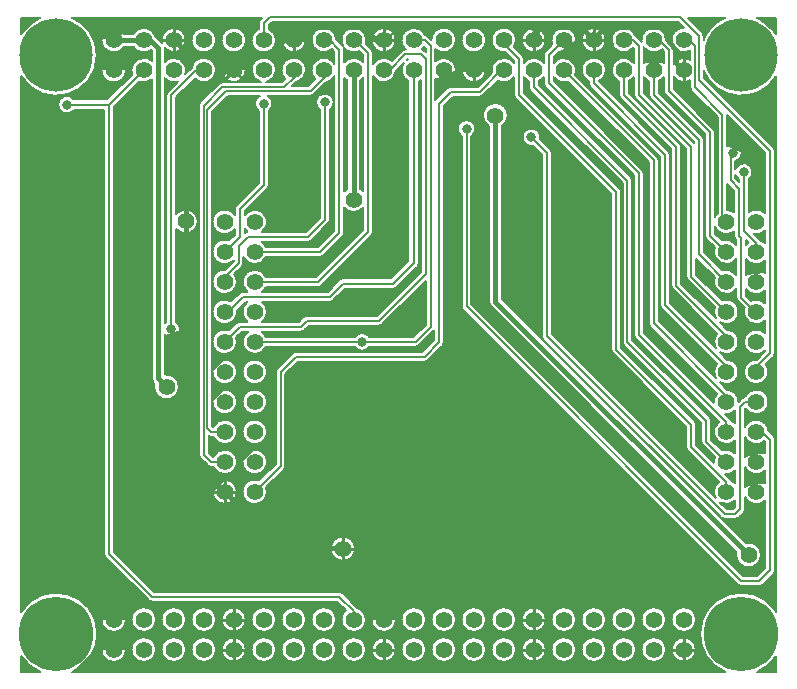
<source format=gbr>
%FSLAX25Y25*%
%MOIN*%
G04 EasyPC Gerber Version 18.0.6 Build 3620 *
%ADD70C,0.00500*%
%ADD21C,0.00600*%
%ADD83C,0.00800*%
%ADD22C,0.01000*%
%ADD146C,0.01600*%
%ADD75C,0.03200*%
%ADD90C,0.05500*%
%ADD29C,0.05600*%
%ADD144C,0.24409*%
%ADD145C,0.24803*%
X0Y0D02*
D02*
D70*
X9661Y8781D02*
Y3537D01*
X15876*
G75*
G02X9661Y8781I5364J12662*
G01*
G36*
Y3537*
X15876*
G75*
G02X9661Y8781I5364J12662*
G01*
G37*
Y23617D02*
G75*
G02X34992Y16199I11580J-7418D01*
G01*
G75*
G02X26605Y3537I-13752*
G01*
X244223*
G75*
G02X235835Y16199I5364J12662*
G01*
G75*
G02X261167Y23617I13752*
G01*
Y202067*
G75*
G02X237064Y203926I-11580J7046*
G01*
Y201646*
X260330Y178380*
G75*
G02X260814Y177213I-1167J-1167*
G01*
Y109713*
G75*
G02X260330Y108546I-1650J0*
G01*
X257823Y106039*
G75*
G02X254587Y99422I-3236J-2517*
G01*
G75*
G02Y107622J4100*
G01*
G75*
G02X254737Y107619I-1J-4098*
G01*
X257514Y110396*
Y110651*
G75*
G02X254587Y109422I-2927J2871*
G01*
G75*
G02Y117622J4100*
G01*
G75*
G02X257514Y116393J-4100*
G01*
Y120651*
G75*
G02X250680Y124764I-2927J2871*
G01*
X248447Y126996*
G75*
G02X247964Y128163I1167J1167*
G01*
Y131197*
G75*
G02X240766Y135009I-3377J2325*
G01*
X234564Y141212*
Y135879*
X243100Y127343*
G75*
G02X244587Y127622I1487J-3821*
G01*
G75*
G02Y119422J-4100*
G01*
G75*
G02X242417Y120044J4100*
G01*
X244846Y117614*
G75*
G02X244587Y109422I-259J-4092*
G01*
G75*
G02X242417Y110044J4100*
G01*
X244846Y107614*
G75*
G02X244587Y99422I-259J-4092*
G01*
G75*
G02X242417Y100044J4100*
G01*
X244846Y97614*
G75*
G02X248687Y93569I-259J-4092*
G01*
X249806Y94689*
G75*
G02X250831Y95166I1167J-1167*
G01*
G75*
G02X254587Y97622I3756J-1644*
G01*
G75*
G02Y89422J-4100*
G01*
G75*
G02X251119Y91335I0J4100*
G01*
X250864Y91080*
Y85239*
G75*
G02X258675Y83835I3723J-1717*
G01*
X260380Y82130*
G75*
G02X260864Y80963I-1167J-1167*
G01*
Y37363*
G75*
G02X260380Y36196I-1650J0*
G01*
X256780Y32596*
G75*
G02X255614Y32113I-1167J1167*
G01*
X249614*
G75*
G02X248447Y32596I0J1650*
G01*
X156847Y124196*
G75*
G02X156364Y125363I1167J1167*
G01*
Y182118*
G75*
G02X155064Y184563I1650J2445*
G01*
G75*
G02X160964I2950*
G01*
G75*
G02X159664Y182118I-2950*
G01*
Y126046*
X250297Y35413*
X254930*
X257564Y38046*
Y60703*
G75*
G02X250864Y61805I-2977J2819*
G01*
Y57763*
G75*
G02X250380Y56596I-1650J0*
G01*
X248780Y54996*
G75*
G02X247614Y54513I-1167J1167*
G01*
X244014*
G75*
G02X242847Y54996I0J1650*
G01*
X183647Y114196*
G75*
G02X183164Y115363I1167J1167*
G01*
Y175880*
X180176Y178867*
G75*
G02X176664Y181763I-563J2896*
G01*
G75*
G02X182564I2950*
G01*
G75*
G02X182510Y181200I-2951J-1*
G01*
X185980Y177730*
G75*
G02X186464Y176563I-1167J-1167*
G01*
Y116046*
X241034Y61476*
G75*
G02X242193Y66850I3553J2046*
G01*
X231747Y77296*
G75*
G02X231264Y78463I1167J1167*
G01*
Y85280*
X206747Y109796*
G75*
G02X206264Y110963I1167J1167*
G01*
Y162780*
X174247Y194796*
G75*
G02X173764Y195963I1167J1167*
G01*
Y201749*
G75*
G02X168353Y200569I-3350J2364*
G01*
X163580Y195796*
G75*
G02X162414Y195313I-1167J1167*
G01*
X153497*
X150464Y192280*
Y113363*
G75*
G02X149980Y112196I-1650J0*
G01*
X145180Y107396*
G75*
G02X144014Y106913I-1167J1167*
G01*
X101897*
X97664Y102680*
Y72114*
G75*
G02X97180Y70948I-1650J0*
G01*
X91243Y65009*
G75*
G02X87422Y59422I-3821J-1487*
G01*
G75*
G02Y67622J4100*
G01*
G75*
G02X88909Y67343I0J-4100*
G01*
X94364Y72798*
Y103363*
G75*
G02X94847Y104530I1650J0*
G01*
X100047Y109730*
G75*
G02X101214Y110213I1167J-1167*
G01*
X143330*
X147164Y114046*
Y117339*
X142180Y112356*
G75*
G02X141014Y111872I-1167J1167*
G01*
X125659*
G75*
G02X120769I-2445J1650*
G01*
X91175*
G75*
G02X87422Y109422I-3753J1650*
G01*
G75*
G02X85117Y116913J4100*
G01*
X83146*
X81243Y115009*
G75*
G02X77422Y109422I-3821J-1487*
G01*
G75*
G02Y117622J4100*
G01*
G75*
G02X78909Y117343I0J-4100*
G01*
X81296Y119730*
G75*
G02X82463Y120213I1167J-1167*
G01*
X85001*
G75*
G02X84976Y126813I2421J3309*
G01*
X84387*
X81502Y123927*
G75*
G02X77422Y119422I-4080J-405*
G01*
G75*
G02Y127622J4100*
G01*
G75*
G02X79613Y126988I0J-4100*
G01*
X82425Y129800*
G75*
G02X83663Y130313I1237J-1237*
G01*
X84870*
G75*
G02X87422Y137622I2552J3209*
G01*
G75*
G02X91241Y135013J-4100*
G01*
X107730*
X123564Y150846*
Y158261*
G75*
G02X117264I-3150J2702*
G01*
Y149922*
G75*
G02X116780Y148756I-1650J0*
G01*
X110380Y142356*
G75*
G02X109214Y141872I-1167J1167*
G01*
X91175*
G75*
G02X83664Y141882I-3753J1650*
G01*
Y139763*
G75*
G02X83180Y138596I-1650J0*
G01*
X80643Y136059*
G75*
G02X77422Y129422I-3221J-2537*
G01*
G75*
G02Y137622J4100*
G01*
G75*
G02X77538Y137620I2J-4101*
G01*
X80364Y140446*
Y140667*
G75*
G02X77422Y139422I-2942J2856*
G01*
G75*
G02Y147622J4100*
G01*
G75*
G02X78909Y147343I0J-4100*
G01*
X80764Y149198*
Y151147*
G75*
G02X77422Y149422I-3342J2375*
G01*
G75*
G02Y157622J4100*
G01*
G75*
G02X80764Y155897J-4100*
G01*
Y157763*
G75*
G02X81247Y158930I1650J0*
G01*
X88764Y166446*
Y190518*
G75*
G02X89020Y195563I1650J2445*
G01*
X78597*
X73314Y190280*
Y85396*
X73538Y85172*
X73669*
G75*
G02X77422Y87622I3753J-1650*
G01*
G75*
G02Y79422J-4100*
G01*
G75*
G02X73669Y81872J4100*
G01*
X72855*
G75*
G02X72064Y82074J1650*
G01*
Y76646*
X73538Y75172*
X73669*
G75*
G02X77422Y77622I3753J-1650*
G01*
G75*
G02Y69422J-4100*
G01*
G75*
G02X73669Y71872J4100*
G01*
X72855*
G75*
G02X71688Y72356I0J1650*
G01*
X69247Y74796*
G75*
G02X68764Y75963I1167J1167*
G01*
Y192213*
G75*
G02X69247Y193380I1650J0*
G01*
X75497Y199630*
G75*
G02X76664Y200113I1167J-1167*
G01*
X80357*
G75*
G02X76414Y204113I56J4000*
G01*
G75*
G02X84414I4000*
G01*
G75*
G02X80470Y200113I-4000*
G01*
X89512*
G75*
G02X86314Y204113I902J4000*
G01*
G75*
G02X94514I4100*
G01*
G75*
G02X91315Y200113I-4100*
G01*
X96581*
X97599Y201131*
G75*
G02X96314Y204113I2815J2981*
G01*
G75*
G02X104514I4100*
G01*
G75*
G02X101229Y200094I-4100*
G01*
X99998Y198863*
X105331*
X107599Y201131*
G75*
G02X106314Y204113I2815J2981*
G01*
G75*
G02X113964Y206164I4100*
G01*
Y210280*
X113168Y211075*
G75*
G02X106314Y214113I-2754J3037*
G01*
G75*
G02X114503Y214407I4100*
G01*
X116780Y212130*
G75*
G02X116909Y211986I-1164J-1169*
G01*
G75*
G02X116314Y214113I3505J2127*
G01*
G75*
G02X124514I4100*
G01*
G75*
G02X124349Y212961I-4100*
G01*
X126380Y210930*
G75*
G02X126864Y209763I-1167J-1167*
G01*
Y206164*
G75*
G02X133115Y207197I3550J-2051*
G01*
X136447Y210530*
G75*
G02X137614Y211013I1167J-1167*
G01*
X137730*
G75*
G02X136314Y214113I2684J3100*
G01*
G75*
G02X144167Y215762I4100*
G01*
G75*
G02X145281Y215279I-54J-1649*
G01*
X146316Y214244*
G75*
G02X154514Y214113I4098J-132*
G01*
G75*
G02X147664Y211072I-4100*
G01*
Y207154*
G75*
G02X154514Y204113I2750J-3041*
G01*
G75*
G02X147664Y201072I-4100*
G01*
Y194146*
X151647Y198130*
G75*
G02X152814Y198613I1167J-1167*
G01*
X161730*
X166399Y203281*
G75*
G02X173764Y206476I4015J831*
G01*
Y207179*
X170901Y210042*
G75*
G02X166314Y214113I-487J4071*
G01*
G75*
G02X174514I4100*
G01*
G75*
G02X173804Y211806I-4100*
G01*
X176580Y209029*
G75*
G02X177064Y207863I-1167J-1167*
G01*
Y206476*
G75*
G02X183764I3350J-2364*
G01*
Y209113*
G75*
G02X184247Y210279I1650J0*
G01*
X186593Y212625*
G75*
G02X186314Y214113I3821J1487*
G01*
G75*
G02X194514I4100*
G01*
G75*
G02X188926Y210292I-4100*
G01*
X187064Y208429*
Y206476*
G75*
G02X194235Y202625I3350J-2364*
G01*
X221580Y175279*
G75*
G02X222064Y174113I-1167J-1167*
G01*
Y120396*
X241109Y101352*
G75*
G02X241534Y106259I3478J2170*
G01*
X222997Y124796*
G75*
G02X222514Y125963I1167J1167*
G01*
Y175280*
X199247Y198546*
G75*
G02X198764Y199713I1167J1167*
G01*
Y200359*
G75*
G02X196314Y204113I1650J3753*
G01*
G75*
G02X204514I4100*
G01*
G75*
G02X202089Y200371I-4100J0*
G01*
X225330Y177130*
G75*
G02X225814Y175963I-1167J-1167*
G01*
Y126646*
X241109Y111352*
G75*
G02X241534Y116259I3478J2170*
G01*
X226747Y131046*
G75*
G02X226264Y132213I1167J1167*
G01*
Y177780*
X209247Y194796*
G75*
G02X208764Y195963I1167J1167*
G01*
Y200359*
G75*
G02X206314Y204113I1650J3753*
G01*
G75*
G02X213764Y206476I4100*
G01*
Y211530*
X213671Y211622*
G75*
G02X206314Y214113I-3257J2490*
G01*
G75*
G02X214236Y215596I4100*
G01*
G75*
G02X214681Y215279I-722J-1483*
G01*
X216344Y213616*
G75*
G02X216314Y214113I4071J498*
G01*
G75*
G02X224513Y214197I4100*
G01*
X226580Y212130*
G75*
G02X227064Y210963I-1167J-1167*
G01*
Y206298*
G75*
G02X232514Y207517I3350J-2186*
G01*
Y210591*
G75*
G02X226314Y214113I-2100J3521*
G01*
G75*
G02X230381Y218213I4100*
G01*
X228480Y220113*
X93097*
X92064Y219080*
Y217866*
G75*
G02X94514Y214113I-1650J-3753*
G01*
G75*
G02X86314I-4100*
G01*
G75*
G02X88764Y217866I4100*
G01*
Y219763*
G75*
G02X89247Y220930I1650J0*
G01*
X89895Y221578*
X26565*
G75*
G02X34795Y209113I-5324J-12465*
G01*
G75*
G02X9661Y202067I-13555*
G01*
Y23617*
X27145Y190756D02*
G75*
G02X21864Y192563I-2331J1807D01*
G01*
G75*
G02X27145Y194370I2950*
G01*
X38338*
X46593Y202625*
G75*
G02X53064Y207241I3821J1487*
G01*
Y210472*
X52775Y210761*
G75*
G02X46923Y211963I-2361J3352*
G01*
X43905*
G75*
G02X36314Y214113I-3491J2150*
G01*
G75*
G02X43905Y216263I4100*
G01*
X46923*
G75*
G02X54347Y215270I3491J-2150*
G01*
X56554Y213063*
G75*
G02X56414Y214113I3860J1050*
G01*
G75*
G02X64414I4000*
G01*
G75*
G02X57357Y211533I-4000*
G01*
G75*
G02X57364Y211363I-2145J-170*
G01*
Y206853*
G75*
G02X64288Y202770I3050J-2740*
G01*
X66383Y204866*
G75*
G02X74514Y204113I4030J-754*
G01*
G75*
G02X67457Y201272I-4100*
G01*
X61264Y195080*
Y156209*
G75*
G02X68464Y153663I3150J-2546*
G01*
G75*
G02X61264Y151117I-4050*
G01*
Y120208*
G75*
G02X62564Y117763I-1650J-2445*
G01*
G75*
G02X57364Y115855I-2950*
G01*
Y102662*
G75*
G02X62164Y98563I650J-4099*
G01*
G75*
G02X53864I-4150*
G01*
G75*
G02X53983Y99553I4150J0*
G01*
X53693Y99843*
G75*
G02X53064Y101363I1520J1520*
G01*
Y200984*
G75*
G02X48926Y200292I-2650J3128*
G01*
X40464Y191829*
Y43646*
X53897Y30213*
X115614*
G75*
G02X116780Y29730I0J-1650*
G01*
X121580Y24930*
G75*
G02X121630Y24879I-1159J-1172*
G01*
G75*
G02X124514Y20963I-1216J-3916*
G01*
G75*
G02X116314I-4100*
G01*
G75*
G02X117757Y24086I4100J0*
G01*
X114930Y26913*
X53214*
G75*
G02X52047Y27396I0J1650*
G01*
X37647Y41796*
G75*
G02X37164Y42963I1167J1167*
G01*
Y190756*
X27145*
X36314Y10963D02*
G75*
G02X44514I4100D01*
G01*
G75*
G02X36314I-4100*
G01*
Y20963D02*
G75*
G02X44514I4100D01*
G01*
G75*
G02X36314I-4100*
G01*
Y204113D02*
G75*
G02X44514I4100D01*
G01*
G75*
G02X36314I-4100*
G01*
X46314Y10963D02*
G75*
G02X54514I4100D01*
G01*
G75*
G02X46314I-4100*
G01*
Y20963D02*
G75*
G02X54514I4100D01*
G01*
G75*
G02X46314I-4100*
G01*
X56314Y10963D02*
G75*
G02X64514I4100D01*
G01*
G75*
G02X56314I-4100*
G01*
Y20963D02*
G75*
G02X64514I4100D01*
G01*
G75*
G02X56314I-4100*
G01*
X66314Y10963D02*
G75*
G02X74514I4100D01*
G01*
G75*
G02X66314I-4100*
G01*
Y20963D02*
G75*
G02X74514I4100D01*
G01*
G75*
G02X66314I-4100*
G01*
Y214113D02*
G75*
G02X74514I4100D01*
G01*
G75*
G02X66314I-4100*
G01*
X76314D02*
G75*
G02X84514I4100D01*
G01*
G75*
G02X76314I-4100*
G01*
X76414Y10963D02*
G75*
G02X84414I4000D01*
G01*
G75*
G02X76414I-4000*
G01*
Y20963D02*
G75*
G02X84414I4000D01*
G01*
G75*
G02X76414I-4000*
G01*
X77422Y59522D02*
G75*
G02Y67522J4000D01*
G01*
G75*
G02Y59522J-4000*
G01*
Y89422D02*
G75*
G02Y97622J4100D01*
G01*
G75*
G02Y89422J-4100*
G01*
Y99422D02*
G75*
G02Y107622J4100D01*
G01*
G75*
G02Y99422J-4100*
G01*
X86314Y10963D02*
G75*
G02X94514I4100D01*
G01*
G75*
G02X86314I-4100*
G01*
Y20963D02*
G75*
G02X94514I4100D01*
G01*
G75*
G02X86314I-4100*
G01*
X87422Y69422D02*
G75*
G02Y77622J4100D01*
G01*
G75*
G02Y69422J-4100*
G01*
Y79422D02*
G75*
G02Y87622J4100D01*
G01*
G75*
G02Y79422J-4100*
G01*
Y89422D02*
G75*
G02Y97622J4100D01*
G01*
G75*
G02Y89422J-4100*
G01*
Y99422D02*
G75*
G02Y107622J4100D01*
G01*
G75*
G02Y99422J-4100*
G01*
X96314Y10963D02*
G75*
G02X104514I4100D01*
G01*
G75*
G02X96314I-4100*
G01*
Y20963D02*
G75*
G02X104514I4100D01*
G01*
G75*
G02X96314I-4100*
G01*
X96414Y214113D02*
G75*
G02X104414I4000D01*
G01*
G75*
G02X96414I-4000*
G01*
X106314Y10963D02*
G75*
G02X114514I4100D01*
G01*
G75*
G02X106314I-4100*
G01*
Y20963D02*
G75*
G02X114514I4100D01*
G01*
G75*
G02X106314I-4100*
G01*
X112764Y44563D02*
G75*
G02X120864I4050D01*
G01*
G75*
G02X112764I-4050*
G01*
X116314Y10963D02*
G75*
G02X124514I4100D01*
G01*
G75*
G02X116314I-4100*
G01*
X126314Y20963D02*
G75*
G02X134514I4100D01*
G01*
G75*
G02X126314I-4100*
G01*
X126414Y10963D02*
G75*
G02X134414I4000D01*
G01*
G75*
G02X126414I-4000*
G01*
Y214113D02*
G75*
G02X134414I4000D01*
G01*
G75*
G02X126414I-4000*
G01*
X136314Y10963D02*
G75*
G02X144514I4100D01*
G01*
G75*
G02X136314I-4100*
G01*
Y20963D02*
G75*
G02X144514I4100D01*
G01*
G75*
G02X136314I-4100*
G01*
X146314Y10963D02*
G75*
G02X154514I4100D01*
G01*
G75*
G02X146314I-4100*
G01*
Y20963D02*
G75*
G02X154514I4100D01*
G01*
G75*
G02X146314I-4100*
G01*
X156314Y10963D02*
G75*
G02X164514I4100D01*
G01*
G75*
G02X156314I-4100*
G01*
Y20963D02*
G75*
G02X164514I4100D01*
G01*
G75*
G02X156314I-4100*
G01*
Y214113D02*
G75*
G02X164514I4100D01*
G01*
G75*
G02X156314I-4100*
G01*
X156414Y204113D02*
G75*
G02X164414I4000D01*
G01*
G75*
G02X156414I-4000*
G01*
X165464Y185413D02*
G75*
G02X163464Y188963I2150J3550D01*
G01*
G75*
G02X171764I4150*
G01*
G75*
G02X169764Y185413I-4150*
G01*
Y127854*
X251024Y46593*
G75*
G02X256164Y42563I990J-4030*
G01*
G75*
G02X247864I-4150*
G01*
G75*
G02X247983Y43553I4150J0*
G01*
X166093Y125443*
G75*
G02X165464Y126963I1520J1520*
G01*
Y185413*
X166314Y10963D02*
G75*
G02X174514I4100D01*
G01*
G75*
G02X166314I-4100*
G01*
Y20963D02*
G75*
G02X174514I4100D01*
G01*
G75*
G02X166314I-4100*
G01*
X176414Y10963D02*
G75*
G02X184414I4000D01*
G01*
G75*
G02X176414I-4000*
G01*
Y20963D02*
G75*
G02X184414I4000D01*
G01*
G75*
G02X176414I-4000*
G01*
Y214113D02*
G75*
G02X184414I4000D01*
G01*
G75*
G02X176414I-4000*
G01*
X186314Y10963D02*
G75*
G02X194514I4100D01*
G01*
G75*
G02X186314I-4100*
G01*
Y20963D02*
G75*
G02X194514I4100D01*
G01*
G75*
G02X186314I-4100*
G01*
X196314Y10963D02*
G75*
G02X204514I4100D01*
G01*
G75*
G02X196314I-4100*
G01*
Y20963D02*
G75*
G02X204514I4100D01*
G01*
G75*
G02X196314I-4100*
G01*
X196414Y214113D02*
G75*
G02X204414I4000D01*
G01*
G75*
G02X196414I-4000*
G01*
X206314Y10963D02*
G75*
G02X214514I4100D01*
G01*
G75*
G02X206314I-4100*
G01*
Y20963D02*
G75*
G02X214514I4100D01*
G01*
G75*
G02X206314I-4100*
G01*
X216314Y10963D02*
G75*
G02X224514I4100D01*
G01*
G75*
G02X216314I-4100*
G01*
Y20963D02*
G75*
G02X224514I4100D01*
G01*
G75*
G02X216314I-4100*
G01*
X226314D02*
G75*
G02X234514I4100D01*
G01*
G75*
G02X226314I-4100*
G01*
X226414Y10963D02*
G75*
G02X234414I4000D01*
G01*
G75*
G02X226414I-4000*
G01*
X9661Y117538D02*
G36*
Y103522D01*
X37164*
Y117538*
X9661*
G37*
X37164D02*
G36*
Y190756D01*
X27145*
G75*
G02X21864Y192563I-2331J1807*
G01*
G75*
G02X27145Y194370I2950*
G01*
X38338*
X46593Y202625*
G75*
G02X46314Y204113I3821J1487*
G01*
X44514*
G75*
G02X36314I-4100*
G01*
X33839*
G75*
G02X9661Y202067I-12599J5000*
G01*
Y117538*
X37164*
G37*
X62555D02*
G36*
G75*
G02X57364Y115855I-2941J225D01*
G01*
Y103522*
X68764*
Y117538*
X62555*
G37*
X68764D02*
G36*
Y192213D01*
G75*
G02X69247Y193380I1650J0*
G01*
X75497Y199630*
G75*
G02X76664Y200113I1167J-1167*
G01*
X80357*
G75*
G02X76414Y204113I56J4000*
G01*
X74514*
G75*
G02X67457Y201272I-4100*
G01*
X61264Y195080*
Y156209*
G75*
G02X68464Y153663I3150J-2546*
G01*
G75*
G02X61264Y151117I-4050*
G01*
Y120208*
G75*
G02X62564Y117763I-1650J-2445*
G01*
G75*
G02X62555Y117538I-2950J1*
G01*
X68764*
G37*
X168172D02*
G36*
X182188Y103522D01*
X188014*
X173998Y117538*
X168172*
G37*
X173998D02*
G36*
X166093Y125443D01*
G75*
G02X165464Y126963I1520J1520*
G01*
Y185413*
G75*
G02X163464Y188963I2150J3550*
G01*
G75*
G02X171764I4150*
G01*
G75*
G02X169764Y185413I-4150*
G01*
Y127854*
X180080Y117538*
X183164*
Y175880*
X180176Y178867*
G75*
G02X176664Y181763I-563J2896*
G01*
G75*
G02X182564I2950*
G01*
G75*
G02X182510Y181200I-2951J-1*
G01*
X185980Y177730*
G75*
G02X186464Y176563I-1167J-1167*
G01*
Y116046*
X241034Y61476*
G75*
G02X242193Y66850I3553J2046*
G01*
X231747Y77296*
G75*
G02X231264Y78463I1167J1167*
G01*
Y85280*
X206747Y109796*
G75*
G02X206264Y110963I1167J1167*
G01*
Y162780*
X174247Y194796*
G75*
G02X173764Y195963I1167J1167*
G01*
Y201749*
G75*
G02X168353Y200569I-3350J2364*
G01*
X163580Y195796*
G75*
G02X162414Y195313I-1167J1167*
G01*
X153497*
X150464Y192280*
Y113363*
G75*
G02X149980Y112196I-1650J0*
G01*
X145180Y107396*
G75*
G02X144014Y106913I-1167J1167*
G01*
X101897*
X97664Y102680*
Y72114*
G75*
G02X97180Y70948I-1650J0*
G01*
X91243Y65009*
G75*
G02X87422Y59422I-3821J-1487*
G01*
G75*
G02X83322Y63522J4100*
G01*
X81422*
G75*
G02X77422Y59522I-4000*
G01*
G75*
G02X73422Y63522J4000*
G01*
X40464*
Y44563*
X112764*
G75*
G02X120864I4050*
G01*
X236481*
X156847Y124196*
G75*
G02X156364Y125363I1167J1167*
G01*
Y182118*
G75*
G02X155064Y184563I1650J2445*
G01*
G75*
G02X160964I2950*
G01*
G75*
G02X159664Y182118I-2950*
G01*
Y126046*
X168172Y117538*
X173998*
G37*
X180080D02*
G36*
X194095Y103522D01*
X194322*
X183647Y114196*
G75*
G02X183164Y115363I1167J1167*
G01*
Y117538*
X180080*
G37*
X33956Y10963D02*
G36*
G75*
G02X26605Y3537I-12716J5236D01*
G01*
X244223*
G75*
G02X236871Y10963I5364J12662*
G01*
X234414*
G75*
G02X226414I-4000*
G01*
X224514*
G75*
G02X216314I-4100*
G01*
X214514*
G75*
G02X206314I-4100*
G01*
X204514*
G75*
G02X196314I-4100*
G01*
X194514*
G75*
G02X186314I-4100*
G01*
X184414*
G75*
G02X176414I-4000*
G01*
X174514*
G75*
G02X166314I-4100*
G01*
X164514*
G75*
G02X156314I-4100*
G01*
X154514*
G75*
G02X146314I-4100*
G01*
X144514*
G75*
G02X136314I-4100*
G01*
X134414*
G75*
G02X126414I-4000*
G01*
X124514*
G75*
G02X116314I-4100*
G01*
X114514*
G75*
G02X106314I-4100*
G01*
X104514*
G75*
G02X96314I-4100*
G01*
X94514*
G75*
G02X86314I-4100*
G01*
X84414*
G75*
G02X76414I-4000*
G01*
X74514*
G75*
G02X66314I-4100*
G01*
X64514*
G75*
G02X56314I-4100*
G01*
X54514*
G75*
G02X46314I-4100*
G01*
X44514*
G75*
G02X36314I-4100*
G01*
X33956*
G37*
X36314D02*
G36*
G75*
G02X44514I4100D01*
G01*
X46314*
G75*
G02X54514I4100*
G01*
X56314*
G75*
G02X64514I4100*
G01*
X66314*
G75*
G02X74514I4100*
G01*
X76414*
G75*
G02X84414I4000*
G01*
X86314*
G75*
G02X94514I4100*
G01*
X96314*
G75*
G02X104514I4100*
G01*
X106314*
G75*
G02X114514I4100*
G01*
X116314*
G75*
G02X124514I4100*
G01*
X126414*
G75*
G02X134414I4000*
G01*
X136314*
G75*
G02X144514I4100*
G01*
X146314*
G75*
G02X154514I4100*
G01*
X156314*
G75*
G02X164514I4100*
G01*
X166314*
G75*
G02X174514I4100*
G01*
X176414*
G75*
G02X184414I4000*
G01*
X186314*
G75*
G02X194514I4100*
G01*
X196314*
G75*
G02X204514I4100*
G01*
X206314*
G75*
G02X214514I4100*
G01*
X216314*
G75*
G02X224514I4100*
G01*
X226414*
G75*
G02X234414I4000*
G01*
X236871*
G75*
G02X235835Y16199I12715J5236*
G01*
G75*
G02X236687Y20963I13751*
G01*
X234514*
G75*
G02X226314I-4100*
G01*
X224514*
G75*
G02X216314I-4100*
G01*
X214514*
G75*
G02X206314I-4100*
G01*
X204514*
G75*
G02X196314I-4100*
G01*
X194514*
G75*
G02X186314I-4100*
G01*
X184414*
G75*
G02X176414I-4000*
G01*
X174514*
G75*
G02X166314I-4100*
G01*
X164514*
G75*
G02X156314I-4100*
G01*
X154514*
G75*
G02X146314I-4100*
G01*
X144514*
G75*
G02X136314I-4100*
G01*
X134514*
G75*
G02X126314I-4100*
G01*
X124514*
G75*
G02X116314I-4100*
G01*
X114514*
G75*
G02X106314I-4100*
G01*
X104514*
G75*
G02X96314I-4100*
G01*
X94514*
G75*
G02X86314I-4100*
G01*
X84414*
G75*
G02X76414I-4000*
G01*
X74514*
G75*
G02X66314I-4100*
G01*
X64514*
G75*
G02X56314I-4100*
G01*
X54514*
G75*
G02X46314I-4100*
G01*
X44514*
G75*
G02X36314I-4100*
G01*
X34141*
G75*
G02X34992Y16199I-12900J-4764*
G01*
G75*
G02X33956Y10963I-13752*
G01*
X36314*
G37*
Y20963D02*
G36*
G75*
G02X44514I4100D01*
G01*
X46314*
G75*
G02X54514I4100*
G01*
X56314*
G75*
G02X64514I4100*
G01*
X66314*
G75*
G02X74514I4100*
G01*
X76414*
G75*
G02X84414I4000*
G01*
X86314*
G75*
G02X94514I4100*
G01*
X96314*
G75*
G02X104514I4100*
G01*
X106314*
G75*
G02X114514I4100*
G01*
X116314*
G75*
G02X117757Y24086I4100J0*
G01*
X114930Y26913*
X53214*
G75*
G02X52047Y27396I0J1650*
G01*
X37647Y41796*
G75*
G02X37164Y42963I1167J1167*
G01*
Y44563*
X9661*
Y23617*
G75*
G02X34141Y20963I11580J-7418*
G01*
X36314*
G37*
X126314D02*
G36*
G75*
G02X134514I4100D01*
G01*
X136314*
G75*
G02X144514I4100*
G01*
X146314*
G75*
G02X154514I4100*
G01*
X156314*
G75*
G02X164514I4100*
G01*
X166314*
G75*
G02X174514I4100*
G01*
X176414*
G75*
G02X184414I4000*
G01*
X186314*
G75*
G02X194514I4100*
G01*
X196314*
G75*
G02X204514I4100*
G01*
X206314*
G75*
G02X214514I4100*
G01*
X216314*
G75*
G02X224514I4100*
G01*
X226314*
G75*
G02X234514I4100*
G01*
X236687*
G75*
G02X261167Y23617I12900J-4764*
G01*
Y202067*
G75*
G02X237064Y203926I-11580J7046*
G01*
Y201646*
X260330Y178380*
G75*
G02X260814Y177213I-1167J-1167*
G01*
Y109713*
G75*
G02X260330Y108546I-1650J0*
G01*
X257823Y106039*
G75*
G02X254587Y99422I-3236J-2517*
G01*
G75*
G02Y107622J4100*
G01*
G75*
G02X254737Y107619I-1J-4098*
G01*
X257514Y110396*
Y110651*
G75*
G02X254587Y109422I-2927J2871*
G01*
G75*
G02Y117622J4100*
G01*
G75*
G02X257514Y116393J-4100*
G01*
Y120651*
G75*
G02X250680Y124764I-2927J2871*
G01*
X248447Y126996*
G75*
G02X247964Y128163I1167J1167*
G01*
Y131197*
G75*
G02X240766Y135009I-3377J2325*
G01*
X234564Y141212*
Y135879*
X243100Y127343*
G75*
G02X244587Y127622I1487J-3821*
G01*
G75*
G02Y119422J-4100*
G01*
G75*
G02X242417Y120044J4100*
G01*
X244846Y117614*
G75*
G02X244587Y109422I-259J-4092*
G01*
G75*
G02X242417Y110044J4100*
G01*
X244846Y107614*
G75*
G02X244587Y99422I-259J-4092*
G01*
G75*
G02X242417Y100044J4100*
G01*
X244846Y97614*
G75*
G02X248687Y93569I-259J-4092*
G01*
X249806Y94689*
G75*
G02X250831Y95166I1167J-1167*
G01*
G75*
G02X254587Y97622I3756J-1644*
G01*
G75*
G02Y89422J-4100*
G01*
G75*
G02X251119Y91335I0J4100*
G01*
X250864Y91080*
Y85239*
G75*
G02X258675Y83835I3723J-1717*
G01*
X260380Y82130*
G75*
G02X260864Y80963I-1167J-1167*
G01*
Y37363*
G75*
G02X260380Y36196I-1650J0*
G01*
X256780Y32596*
G75*
G02X255614Y32113I-1167J1167*
G01*
X249614*
G75*
G02X248447Y32596I0J1650*
G01*
X236481Y44563*
X120864*
G75*
G02X112764I-4050*
G01*
X40464*
Y43646*
X53897Y30213*
X115614*
G75*
G02X116780Y29730I0J-1650*
G01*
X121580Y24930*
G75*
G02X121630Y24879I-1159J-1172*
G01*
G75*
G02X124514Y20963I-1216J-3916*
G01*
X126314*
G37*
X36314Y204113D02*
G36*
G75*
G02X44514I4100D01*
G01*
X46314*
G75*
G02X53064Y207241I4100*
G01*
Y210472*
X52775Y210761*
G75*
G02X46923Y211963I-2361J3352*
G01*
X43905*
G75*
G02X36314Y214113I-3491J2150*
G01*
X33839*
G75*
G02X34795Y209113I-12599J-5000*
G01*
G75*
G02X33839Y204113I-13555*
G01*
X36314*
G37*
X76414D02*
G36*
G75*
G02X84414I4000D01*
G01*
G75*
G02X80470Y200113I-4000*
G01*
X89512*
G75*
G02X86314Y204113I902J4000*
G01*
G75*
G02X94514I4100*
G01*
G75*
G02X91315Y200113I-4100*
G01*
X96581*
X97599Y201131*
G75*
G02X96314Y204113I2815J2981*
G01*
G75*
G02X104514I4100*
G01*
G75*
G02X101229Y200094I-4100*
G01*
X99998Y198863*
X105331*
X107599Y201131*
G75*
G02X106314Y204113I2815J2981*
G01*
G75*
G02X113964Y206164I4100*
G01*
Y210280*
X113168Y211075*
G75*
G02X106314Y214113I-2754J3037*
G01*
X104414*
G75*
G02X96414I-4000*
G01*
X94514*
G75*
G02X86314I-4100*
G01*
X84514*
G75*
G02X76314I-4100*
G01*
X74514*
G75*
G02X66314I-4100*
G01*
X64414*
G75*
G02X57357Y211533I-4000*
G01*
G75*
G02X57364Y211363I-2145J-170*
G01*
Y206853*
G75*
G02X64288Y202770I3050J-2740*
G01*
X66383Y204866*
G75*
G02X74514Y204113I4030J-754*
G01*
X76414*
G37*
X154514D02*
G36*
G75*
G02X147664Y201072I-4100D01*
G01*
Y194146*
X151647Y198130*
G75*
G02X152814Y198613I1167J-1167*
G01*
X161730*
X166399Y203281*
G75*
G02X166314Y204113I4015J831*
G01*
X164414*
G75*
G02X156414I-4000*
G01*
X154514*
G37*
X156414D02*
G36*
G75*
G02X164414I4000D01*
G01*
X166314*
G75*
G02X173764Y206476I4100*
G01*
Y207179*
X170901Y210042*
G75*
G02X166314Y214113I-487J4071*
G01*
X164514*
G75*
G02X156314I-4100*
G01*
X154514*
G75*
G02X147664Y211072I-4100*
G01*
Y207154*
G75*
G02X154514Y204113I2750J-3041*
G01*
X156414*
G37*
X36314Y214113D02*
G36*
G75*
G02X43905Y216263I4100D01*
G01*
X46923*
G75*
G02X54347Y215270I3491J-2150*
G01*
X56554Y213063*
G75*
G02X56414Y214113I3860J1050*
G01*
G75*
G02X64414I4000*
G01*
X66314*
G75*
G02X74514I4100*
G01*
X76314*
G75*
G02X84514I4100*
G01*
X86314*
G75*
G02X88764Y217866I4100*
G01*
Y219763*
G75*
G02X89247Y220930I1650J0*
G01*
X89895Y221578*
X26565*
G75*
G02X33839Y214113I-5324J-12465*
G01*
X36314*
G37*
X96414D02*
G36*
G75*
G02X104414I4000D01*
G01*
X106314*
G75*
G02X114503Y214407I4100*
G01*
X116780Y212130*
G75*
G02X116909Y211986I-1164J-1169*
G01*
G75*
G02X116314Y214113I3505J2127*
G01*
G75*
G02X124514I4100*
G01*
X126414*
G75*
G02X134414I4000*
G01*
X136314*
G75*
G02X144167Y215762I4100*
G01*
G75*
G02X145281Y215279I-54J-1649*
G01*
X146316Y214244*
G75*
G02X154514Y214113I4098J-132*
G01*
X156314*
G75*
G02X164514I4100*
G01*
X166314*
G75*
G02X174514I4100*
G01*
X176414*
G75*
G02X184414I4000*
G01*
X186314*
G75*
G02X194514I4100*
G01*
X196414*
G75*
G02X204414I4000*
G01*
X206314*
G75*
G02X214236Y215596I4100*
G01*
G75*
G02X214681Y215279I-722J-1483*
G01*
X216344Y213616*
G75*
G02X216314Y214113I4071J498*
G01*
G75*
G02X224513Y214197I4100*
G01*
X226580Y212130*
G75*
G02X227064Y210963I-1167J-1167*
G01*
Y206298*
G75*
G02X232514Y207517I3350J-2186*
G01*
Y210591*
G75*
G02X226314Y214113I-2100J3521*
G01*
G75*
G02X230381Y218213I4100*
G01*
X228480Y220113*
X93097*
X92064Y219080*
Y217866*
G75*
G02X94514Y214113I-1650J-3753*
G01*
X96414*
G37*
X124514D02*
G36*
G75*
G02X124349Y212961I-4100D01*
G01*
X126380Y210930*
G75*
G02X126864Y209763I-1167J-1167*
G01*
Y206164*
G75*
G02X133115Y207197I3550J-2051*
G01*
X136447Y210530*
G75*
G02X137614Y211013I1167J-1167*
G01*
X137730*
G75*
G02X136314Y214113I2684J3100*
G01*
X134414*
G75*
G02X126414I-4000*
G01*
X124514*
G37*
X174514D02*
G36*
G75*
G02X173804Y211806I-4100D01*
G01*
X176580Y209029*
G75*
G02X177064Y207863I-1167J-1167*
G01*
Y206476*
G75*
G02X183764I3350J-2364*
G01*
Y209113*
G75*
G02X184247Y210279I1650J0*
G01*
X186593Y212625*
G75*
G02X186314Y214113I3821J1487*
G01*
X184414*
G75*
G02X176414I-4000*
G01*
X174514*
G37*
X194514D02*
G36*
G75*
G02X188926Y210292I-4100D01*
G01*
X187064Y208429*
Y206476*
G75*
G02X194235Y202625I3350J-2364*
G01*
X221580Y175279*
G75*
G02X222064Y174113I-1167J-1167*
G01*
Y120396*
X241109Y101352*
G75*
G02X241534Y106259I3478J2170*
G01*
X222997Y124796*
G75*
G02X222514Y125963I1167J1167*
G01*
Y175280*
X199247Y198546*
G75*
G02X198764Y199713I1167J1167*
G01*
Y200359*
G75*
G02X196314Y204113I1650J3753*
G01*
G75*
G02X204514I4100*
G01*
G75*
G02X202089Y200371I-4100J0*
G01*
X225330Y177130*
G75*
G02X225814Y175963I-1167J-1167*
G01*
Y126646*
X241109Y111352*
G75*
G02X241534Y116259I3478J2170*
G01*
X226747Y131046*
G75*
G02X226264Y132213I1167J1167*
G01*
Y177780*
X209247Y194796*
G75*
G02X208764Y195963I1167J1167*
G01*
Y200359*
G75*
G02X206314Y204113I1650J3753*
G01*
G75*
G02X213764Y206476I4100*
G01*
Y211530*
X213671Y211622*
G75*
G02X206314Y214113I-3257J2490*
G01*
X204414*
G75*
G02X196414I-4000*
G01*
X194514*
G37*
X9661Y63522D02*
G36*
Y44563D01*
X37164*
Y63522*
X9661*
G37*
X37164D02*
G36*
Y73522D01*
X9661*
Y63522*
X37164*
G37*
X73422D02*
G36*
G75*
G02X77422Y67522I4000D01*
G01*
G75*
G02X81422Y63522J-4000*
G01*
X83322*
G75*
G02X87422Y67622I4100*
G01*
G75*
G02X88909Y67343I0J-4100*
G01*
X94364Y72798*
Y73522*
X91522*
G75*
G02X87422Y69422I-4100*
G01*
G75*
G02X83322Y73522J4100*
G01*
X81522*
G75*
G02X77422Y69422I-4100*
G01*
G75*
G02X73669Y71872J4100*
G01*
X72855*
G75*
G02X71688Y72356I0J1650*
G01*
X70522Y73522*
X40464*
Y63522*
X73422*
G37*
X222188D02*
G36*
X241147Y44563D01*
X246973*
X228014Y63522*
X222188*
G37*
X228014D02*
G36*
X218014Y73522D01*
X212188*
X222188Y63522*
X228014*
G37*
X234095D02*
G36*
X251024Y46593D01*
G75*
G02X255650Y44563I990J-4030*
G01*
X257564*
Y60703*
G75*
G02X250864Y61805I-2977J2819*
G01*
Y57763*
G75*
G02X250380Y56596I-1650J0*
G01*
X248780Y54996*
G75*
G02X247614Y54513I-1167J1167*
G01*
X244014*
G75*
G02X242847Y54996I0J1650*
G01*
X234322Y63522*
X234095*
G37*
X234322D02*
G36*
X224322Y73522D01*
X224095*
X234095Y63522*
X234322*
G37*
X9661Y93522D02*
G36*
Y83522D01*
X37164*
Y93522*
X9661*
G37*
X37164D02*
G36*
Y103522D01*
X9661*
Y93522*
X37164*
G37*
X40464D02*
G36*
Y83522D01*
X68764*
Y93522*
X40464*
G37*
X68764D02*
G36*
Y103522D01*
X57364*
Y102662*
G75*
G02X62164Y98563I650J-4099*
G01*
G75*
G02X53864I-4150*
G01*
G75*
G02X53983Y99553I4150J0*
G01*
X53693Y99843*
G75*
G02X53064Y101363I1520J1520*
G01*
Y200984*
G75*
G02X48926Y200292I-2650J3128*
G01*
X40464Y191829*
Y93522*
X68764*
G37*
X73314D02*
G36*
Y85396D01*
X73538Y85172*
X73669*
G75*
G02X77422Y87622I3753J-1650*
G01*
G75*
G02X81522Y83522J-4100*
G01*
X83322*
G75*
G02X87422Y87622I4100*
G01*
G75*
G02X91522Y83522J-4100*
G01*
X94364*
Y93522*
X91522*
G75*
G02X87422Y89422I-4100*
G01*
G75*
G02X83322Y93522J4100*
G01*
X81522*
G75*
G02X77422Y89422I-4100*
G01*
G75*
G02X73322Y93522J4100*
G01*
X73314*
G37*
X73322D02*
G36*
G75*
G02X77422Y97622I4100D01*
G01*
G75*
G02X81522Y93522J-4100*
G01*
X83322*
G75*
G02X87422Y97622I4100*
G01*
G75*
G02X91522Y93522J-4100*
G01*
X94364*
Y103363*
G75*
G02X94372Y103522I1650J-2*
G01*
X91522*
G75*
G02X87422Y99422I-4100*
G01*
G75*
G02X83322Y103522J4100*
G01*
X81522*
G75*
G02X77422Y99422I-4100*
G01*
G75*
G02X73322Y103522J4100*
G01*
X73314*
Y93522*
X73322*
G37*
X192188D02*
G36*
X202188Y83522D01*
X208014*
X198014Y93522*
X192188*
G37*
X198014D02*
G36*
X188014Y103522D01*
X182188*
X192188Y93522*
X198014*
G37*
X204095D02*
G36*
X214095Y83522D01*
X214322*
X204322Y93522*
X204095*
G37*
X204322D02*
G36*
X194322Y103522D01*
X194095*
X204095Y93522*
X204322*
G37*
X73322Y103522D02*
G36*
G75*
G02X77422Y107622I4100D01*
G01*
G75*
G02X81522Y103522J-4100*
G01*
X83322*
G75*
G02X87422Y107622I4100*
G01*
G75*
G02X91522Y103522J-4100*
G01*
X94372*
G75*
G02X94847Y104530I1642J-159*
G01*
X100047Y109730*
G75*
G02X101214Y110213I1167J-1167*
G01*
X143330*
X147164Y114046*
Y117339*
X142180Y112356*
G75*
G02X141014Y111872I-1167J1167*
G01*
X125659*
G75*
G02X120769I-2445J1650*
G01*
X91175*
G75*
G02X87422Y109422I-3753J1650*
G01*
G75*
G02X85117Y116913J4100*
G01*
X83146*
X81243Y115009*
G75*
G02X77422Y109422I-3821J-1487*
G01*
G75*
G02Y117622J4100*
G01*
G75*
G02X78909Y117343I0J-4100*
G01*
X81296Y119730*
G75*
G02X82463Y120213I1167J-1167*
G01*
X85001*
G75*
G02X84976Y126813I2421J3309*
G01*
X84387*
X81502Y123927*
G75*
G02X77422Y119422I-4080J-405*
G01*
G75*
G02Y127622J4100*
G01*
G75*
G02X79613Y126988I0J-4100*
G01*
X82425Y129800*
G75*
G02X83663Y130313I1237J-1237*
G01*
X84870*
G75*
G02X87422Y137622I2552J3209*
G01*
G75*
G02X91241Y135013J-4100*
G01*
X107730*
X123564Y150846*
Y158261*
G75*
G02X117264I-3150J2702*
G01*
Y149922*
G75*
G02X116780Y148756I-1650J0*
G01*
X110380Y142356*
G75*
G02X109214Y141872I-1167J1167*
G01*
X91175*
G75*
G02X83664Y141882I-3753J1650*
G01*
Y139763*
G75*
G02X83180Y138596I-1650J0*
G01*
X80643Y136059*
G75*
G02X77422Y129422I-3221J-2537*
G01*
G75*
G02Y137622J4100*
G01*
G75*
G02X77538Y137620I2J-4101*
G01*
X80364Y140446*
Y140667*
G75*
G02X77422Y139422I-2942J2856*
G01*
G75*
G02Y147622J4100*
G01*
G75*
G02X78909Y147343I0J-4100*
G01*
X80764Y149198*
Y151147*
G75*
G02X77422Y149422I-3342J2375*
G01*
G75*
G02Y157622J4100*
G01*
G75*
G02X80764Y155897J-4100*
G01*
Y157763*
G75*
G02X81247Y158930I1650J0*
G01*
X88764Y166446*
Y190518*
G75*
G02X89020Y195563I1650J2445*
G01*
X78597*
X73314Y190280*
Y103522*
X73322*
G37*
X37164Y73522D02*
G36*
Y83522D01*
X9661*
Y73522*
X37164*
G37*
X70522D02*
G36*
X69247Y74796D01*
G75*
G02X68764Y75963I1167J1167*
G01*
Y83522*
X40464*
Y73522*
X70522*
G37*
X83322D02*
G36*
G75*
G02X87422Y77622I4100D01*
G01*
G75*
G02X91522Y73522J-4100*
G01*
X94364*
Y83522*
X91522*
G75*
G02X87422Y79422I-4100*
G01*
G75*
G02X83322Y83522J4100*
G01*
X81522*
G75*
G02X77422Y79422I-4100*
G01*
G75*
G02X73669Y81872J4100*
G01*
X72855*
G75*
G02X72064Y82074J1650*
G01*
Y76646*
X73538Y75172*
X73669*
G75*
G02X77422Y77622I3753J-1650*
G01*
G75*
G02X81522Y73522J-4100*
G01*
X83322*
G37*
X218014D02*
G36*
X208014Y83522D01*
X202188*
X212188Y73522*
X218014*
G37*
X224322D02*
G36*
X214322Y83522D01*
X214095*
X224095Y73522*
X224322*
G37*
X241147Y44563D02*
G36*
X250297Y35413D01*
X254930*
X257564Y38046*
Y44563*
X255650*
G75*
G02X256164Y42563I-3636J-2000*
G01*
G75*
G02X247864I-4150*
G01*
G75*
G02X247983Y43553I4150J0*
G01*
X246973Y44563*
X241147*
G37*
X9661Y216159D02*
G75*
G02X15917Y221578I11579J-7046D01*
G01*
X9661*
Y216159*
G36*
G75*
G02X15917Y221578I11579J-7046*
G01*
X9661*
Y216159*
G37*
X57364Y119671D02*
G75*
G02X57964Y120208I2250J-1908D01*
G01*
Y195763*
G75*
G02X58447Y196930I1650J0*
G01*
X61756Y200239*
G75*
G02X57364Y201372I-1342J3874*
G01*
Y119671*
G36*
G75*
G02X57964Y120208I2250J-1908*
G01*
Y195763*
G75*
G02X58447Y196930I1650J0*
G01*
X61756Y200239*
G75*
G02X57364Y201372I-1342J3874*
G01*
Y119671*
G37*
X84064Y149746D02*
G75*
G02X85017Y150201I1150J-1183D01*
G01*
G75*
G02X84064Y151169I2404J3320*
G01*
Y149746*
G36*
G75*
G02X85017Y150201I1150J-1183*
G01*
G75*
G02X84064Y151169I2404J3320*
G01*
Y149746*
G37*
Y155875D02*
G75*
G02X87422Y157622I3358J-2353D01*
G01*
G75*
G02X89843Y150213J-4100*
G01*
X104530*
X109164Y154846*
Y190918*
G75*
G02X107864Y193363I1650J2445*
G01*
G75*
G02X113764I2950*
G01*
G75*
G02X112464Y190918I-2950*
G01*
Y154163*
G75*
G02X111980Y152996I-1650J0*
G01*
X106380Y147396*
G75*
G02X105214Y146913I-1167J1167*
G01*
X89726*
G75*
G02X91175Y145172I-2305J-3391*
G01*
X108530*
X113964Y150606*
Y202061*
G75*
G02X111229Y200094I-3550J2051*
G01*
X107181Y196046*
G75*
G02X106014Y195563I-1167J1167*
G01*
X91807*
G75*
G02X92064Y190518I-1394J-2600*
G01*
Y165763*
G75*
G02X91580Y164596I-1650J0*
G01*
X84064Y157080*
Y155875*
G36*
G75*
G02X87422Y157622I3358J-2353*
G01*
G75*
G02X89843Y150213J-4100*
G01*
X104530*
X109164Y154846*
Y190918*
G75*
G02X107864Y193363I1650J2445*
G01*
G75*
G02X113764I2950*
G01*
G75*
G02X112464Y190918I-2950*
G01*
Y154163*
G75*
G02X111980Y152996I-1650J0*
G01*
X106380Y147396*
G75*
G02X105214Y146913I-1167J1167*
G01*
X89726*
G75*
G02X91175Y145172I-2305J-3391*
G01*
X108530*
X113964Y150606*
Y202061*
G75*
G02X111229Y200094I-3550J2051*
G01*
X107181Y196046*
G75*
G02X106014Y195563I-1167J1167*
G01*
X91807*
G75*
G02X92064Y190518I-1394J-2600*
G01*
Y165763*
G75*
G02X91580Y164596I-1650J0*
G01*
X84064Y157080*
Y155875*
G37*
X89726Y116913D02*
G75*
G02X91175Y115172I-2305J-3391D01*
G01*
X120769*
G75*
G02X125659I2445J-1650*
G01*
X140330*
X144364Y119206*
Y133780*
X129980Y119396*
G75*
G02X128814Y118913I-1167J1167*
G01*
X105497*
X103980Y117396*
G75*
G02X102814Y116913I-1167J1167*
G01*
X89726*
G36*
G75*
G02X91175Y115172I-2305J-3391*
G01*
X120769*
G75*
G02X125659I2445J-1650*
G01*
X140330*
X144364Y119206*
Y133780*
X129980Y119396*
G75*
G02X128814Y118913I-1167J1167*
G01*
X105497*
X103980Y117396*
G75*
G02X102814Y116913I-1167J1167*
G01*
X89726*
G37*
X89843Y120213D02*
X102130D01*
X103647Y121730*
G75*
G02X104814Y122213I1167J-1167*
G01*
X128130*
X142764Y136846*
Y200753*
G75*
G02X142164Y200405I-2350J3360*
G01*
Y139763*
G75*
G02X141651Y138526I-1750*
G01*
X134851Y131726*
G75*
G02X133614Y131213I-1237J1237*
G01*
X117539*
X113651Y127326*
G75*
G02X112414Y126813I-1237J1237*
G01*
X89867*
G75*
G02X89843Y120213I-2445J-3291*
G01*
G36*
X102130*
X103647Y121730*
G75*
G02X104814Y122213I1167J-1167*
G01*
X128130*
X142764Y136846*
Y200753*
G75*
G02X142164Y200405I-2350J3360*
G01*
Y139763*
G75*
G02X141651Y138526I-1750*
G01*
X134851Y131726*
G75*
G02X133614Y131213I-1237J1237*
G01*
X117539*
X113651Y127326*
G75*
G02X112414Y126813I-1237J1237*
G01*
X89867*
G75*
G02X89843Y120213I-2445J-3291*
G01*
G37*
X89974Y130313D02*
X111689D01*
X115576Y134200*
G75*
G02X116814Y134713I1237J-1237*
G01*
X132889*
X138664Y140488*
Y200405*
G75*
G02X137071Y206487I1750J3708*
G01*
X134509Y203925*
G75*
G02X126864Y202061I-4096J187*
G01*
Y150163*
G75*
G02X126380Y148996I-1650J0*
G01*
X109580Y132196*
G75*
G02X108414Y131713I-1167J1167*
G01*
X91101*
G75*
G02X89974Y130313I-3679J1808*
G01*
G36*
X111689*
X115576Y134200*
G75*
G02X116814Y134713I1237J-1237*
G01*
X132889*
X138664Y140488*
Y200405*
G75*
G02X137071Y206487I1750J3708*
G01*
X134509Y203925*
G75*
G02X126864Y202061I-4096J187*
G01*
Y150163*
G75*
G02X126380Y148996I-1650J0*
G01*
X109580Y132196*
G75*
G02X108414Y131713I-1167J1167*
G01*
X91101*
G75*
G02X89974Y130313I-3679J1808*
G01*
G37*
X117067Y211744D02*
G75*
G02X117264Y210963I-1454J-781D01*
G01*
Y206737*
G75*
G02X123564I3150J-2624*
G01*
Y209080*
X122214Y210429*
G75*
G02X117067Y211744I-1800J3683*
G01*
G36*
G75*
G02X117264Y210963I-1454J-781*
G01*
Y206737*
G75*
G02X123564I3150J-2624*
G01*
Y209080*
X122214Y210429*
G75*
G02X117067Y211744I-1800J3683*
G01*
G37*
X117264Y163665D02*
G75*
G02X118264Y164513I3149J-2702D01*
G01*
Y200622*
G75*
G02X117264Y201488I2150J3491*
G01*
Y163665*
G36*
G75*
G02X118264Y164513I3149J-2702*
G01*
Y200622*
G75*
G02X117264Y201488I2150J3491*
G01*
Y163665*
G37*
X122564Y164513D02*
G75*
G02X123564Y163665I-2150J-3550D01*
G01*
Y201488*
G75*
G02X122564Y200622I-3150J2624*
G01*
Y164513*
G36*
G75*
G02X123564Y163665I-2150J-3550*
G01*
Y201488*
G75*
G02X122564Y200622I-3150J2624*
G01*
Y164513*
G37*
X138039Y207455D02*
G75*
G02X138452Y207713I2373J-3341D01*
G01*
X138297*
X138039Y207455*
G36*
G75*
G02X138452Y207713I2373J-3341*
G01*
X138297*
X138039Y207455*
G37*
X143074Y210993D02*
G75*
G02X143980Y210530I-260J-1629D01*
G01*
X144364Y210146*
Y211530*
X143915Y211979*
G75*
G02X143074Y210993I-3501J2133*
G01*
G36*
G75*
G02X143980Y210530I-260J-1629*
G01*
X144364Y210146*
Y211530*
X143915Y211979*
G75*
G02X143074Y210993I-3501J2133*
G01*
G37*
X177064Y201749D02*
Y196646D01*
X209080Y164630*
G75*
G02X209564Y163463I-1167J-1167*
G01*
Y111646*
X234080Y87130*
G75*
G02X234564Y85963I-1167J-1167*
G01*
Y79146*
X240499Y73211*
G75*
G02X240766Y75009I4088J311*
G01*
X236747Y79029*
G75*
G02X236264Y80195I1167J1167*
G01*
Y86530*
X210497Y112296*
G75*
G02X210014Y113463I1167J1167*
G01*
Y166530*
X179247Y197296*
G75*
G02X178764Y198463I1167J1167*
G01*
Y200359*
G75*
G02X177064Y201749I1650J3753*
G01*
G36*
Y196646*
X209080Y164630*
G75*
G02X209564Y163463I-1167J-1167*
G01*
Y111646*
X234080Y87130*
G75*
G02X234564Y85963I-1167J-1167*
G01*
Y79146*
X240499Y73211*
G75*
G02X240766Y75009I4088J311*
G01*
X236747Y79029*
G75*
G02X236264Y80195I1167J1167*
G01*
Y86530*
X210497Y112296*
G75*
G02X210014Y113463I1167J1167*
G01*
Y166530*
X179247Y197296*
G75*
G02X178764Y198463I1167J1167*
G01*
Y200359*
G75*
G02X177064Y201749I1650J3753*
G01*
G37*
X182064Y200359D02*
Y199146D01*
X212830Y168380*
G75*
G02X213314Y167213I-1167J-1167*
G01*
Y114146*
X239080Y88380*
G75*
G02X239564Y87213I-1167J-1167*
G01*
Y80879*
X243100Y77343*
G75*
G02X247564Y76341I1487J-3821*
G01*
Y80703*
G75*
G02X244587Y79422I-2977J2819*
G01*
G75*
G02X242193Y86850J4100*
G01*
X214247Y114796*
G75*
G02X213764Y115963I1167J1167*
G01*
Y169030*
X184247Y198546*
G75*
G02X183764Y199713I1167J1167*
G01*
Y201749*
G75*
G02X182064Y200359I-3350J2364*
G01*
G36*
Y199146*
X212830Y168380*
G75*
G02X213314Y167213I-1167J-1167*
G01*
Y114146*
X239080Y88380*
G75*
G02X239564Y87213I-1167J-1167*
G01*
Y80879*
X243100Y77343*
G75*
G02X247564Y76341I1487J-3821*
G01*
Y80703*
G75*
G02X244587Y79422I-2977J2819*
G01*
G75*
G02X242193Y86850J4100*
G01*
X214247Y114796*
G75*
G02X213764Y115963I1167J1167*
G01*
Y169030*
X184247Y198546*
G75*
G02X183764Y199713I1167J1167*
G01*
Y201749*
G75*
G02X182064Y200359I-3350J2364*
G01*
G37*
X187064Y201749D02*
Y200396D01*
X216580Y170880*
G75*
G02X217064Y169713I-1167J-1167*
G01*
Y116646*
X240499Y93211*
G75*
G02X241534Y96259I4088J311*
G01*
X219247Y118546*
G75*
G02X218764Y119713I1167J1167*
G01*
Y173429*
X191901Y200292*
G75*
G02X187064Y201749I-1487J3821*
G01*
G36*
Y200396*
X216580Y170880*
G75*
G02X217064Y169713I-1167J-1167*
G01*
Y116646*
X240499Y93211*
G75*
G02X241534Y96259I4088J311*
G01*
X219247Y118546*
G75*
G02X218764Y119713I1167J1167*
G01*
Y173429*
X191901Y200292*
G75*
G02X187064Y201749I-1487J3821*
G01*
G37*
X212064Y200359D02*
Y196646D01*
X229080Y179630*
G75*
G02X229564Y178463I-1167J-1167*
G01*
Y132896*
X241109Y121352*
G75*
G02X240766Y125009I3478J2171*
G01*
X231747Y134029*
G75*
G02X231264Y135195I1167J1167*
G01*
Y177780*
X214247Y194796*
G75*
G02X213764Y195963I1167J1167*
G01*
Y201749*
G75*
G02X212064Y200359I-3350J2364*
G01*
G36*
Y196646*
X229080Y179630*
G75*
G02X229564Y178463I-1167J-1167*
G01*
Y132896*
X241109Y121352*
G75*
G02X240766Y125009I3478J2171*
G01*
X231747Y134029*
G75*
G02X231264Y135195I1167J1167*
G01*
Y177780*
X214247Y194796*
G75*
G02X213764Y195963I1167J1167*
G01*
Y201749*
G75*
G02X212064Y200359I-3350J2364*
G01*
G37*
X217064Y201749D02*
Y196646D01*
X233764Y179946*
Y180280*
X219247Y194796*
G75*
G02X218764Y195963I1167J1167*
G01*
Y200359*
G75*
G02X217064Y201749I1650J3753*
G01*
G36*
Y196646*
X233764Y179946*
Y180280*
X219247Y194796*
G75*
G02X218764Y195963I1167J1167*
G01*
Y200359*
G75*
G02X217064Y201749I1650J3753*
G01*
G37*
Y206476D02*
G75*
G02X223764I3350J-2364D01*
G01*
Y210280*
X223061Y210982*
G75*
G02X217064Y211749I-2648J3131*
G01*
Y206476*
G36*
G75*
G02X223764I3350J-2364*
G01*
Y210280*
X223061Y210982*
G75*
G02X217064Y211749I-2648J3131*
G01*
Y206476*
G37*
X222064Y200359D02*
Y196646D01*
X236580Y182130*
G75*
G02X237064Y180963I-1167J-1167*
G01*
Y143379*
X243100Y137343*
G75*
G02X247964Y135847I1487J-3821*
G01*
Y141197*
G75*
G02X240766Y145009I-3377J2325*
G01*
X237997Y147779*
G75*
G02X237514Y148945I1167J1167*
G01*
Y182780*
X224247Y196046*
G75*
G02X223764Y197213I1167J1167*
G01*
Y201749*
G75*
G02X222064Y200359I-3350J2364*
G01*
G36*
Y196646*
X236580Y182130*
G75*
G02X237064Y180963I-1167J-1167*
G01*
Y143379*
X243100Y137343*
G75*
G02X247964Y135847I1487J-3821*
G01*
Y141197*
G75*
G02X240766Y145009I-3377J2325*
G01*
X237997Y147779*
G75*
G02X237514Y148945I1167J1167*
G01*
Y182780*
X224247Y196046*
G75*
G02X223764Y197213I1167J1167*
G01*
Y201749*
G75*
G02X222064Y200359I-3350J2364*
G01*
G37*
X227064Y201927D02*
Y197896D01*
X240330Y184630*
G75*
G02X240814Y183463I-1167J-1167*
G01*
Y155126*
G75*
G02X241687Y156420I3774J-1604*
G01*
Y188606*
X232997Y197296*
G75*
G02X232514Y198463I1167J1167*
G01*
Y200708*
G75*
G02X227064Y201927I-2100J3404*
G01*
G36*
Y197896*
X240330Y184630*
G75*
G02X240814Y183463I-1167J-1167*
G01*
Y155126*
G75*
G02X241687Y156420I3774J-1604*
G01*
Y188606*
X232997Y197296*
G75*
G02X232514Y198463I1167J1167*
G01*
Y200708*
G75*
G02X227064Y201927I-2100J3404*
G01*
G37*
X231682Y221578D02*
X236580Y216680D01*
G75*
G02X237064Y215513I-1167J-1167*
G01*
Y214299*
G75*
G02X244263Y221578I12523J-5187*
G01*
X231682*
G36*
X236580Y216680*
G75*
G02X237064Y215513I-1167J-1167*
G01*
Y214299*
G75*
G02X244263Y221578I12523J-5187*
G01*
X231682*
G37*
X240814Y151918D02*
Y149629D01*
X243100Y147343*
G75*
G02X247964Y145847I1487J-3821*
G01*
Y147480*
X247647Y147796*
G75*
G02X247164Y148963I1167J1167*
G01*
Y150333*
G75*
G02X240814Y151918I-2577J3189*
G01*
G36*
Y149629*
X243100Y147343*
G75*
G02X247964Y145847I1487J-3821*
G01*
Y147480*
X247647Y147796*
G75*
G02X247164Y148963I1167J1167*
G01*
Y150333*
G75*
G02X240814Y151918I-2577J3189*
G01*
G37*
X242541Y59969D02*
X244697Y57813D01*
X246930*
X247564Y58446*
Y60703*
G75*
G02X242541Y59969I-2977J2820*
G01*
G36*
X244697Y57813*
X246930*
X247564Y58446*
Y60703*
G75*
G02X242541Y59969I-2977J2820*
G01*
G37*
X244276Y69434D02*
X245754Y67956D01*
G75*
G02X246152Y67311I-1166J-1167*
G01*
G75*
G02X247564Y66341I-1565J-3789*
G01*
Y70703*
G75*
G02X244587Y69422I-2977J2819*
G01*
G75*
G02X244276Y69434I0J4101*
G01*
G36*
X245754Y67956*
G75*
G02X246152Y67311I-1166J-1167*
G01*
G75*
G02X247564Y66341I-1565J-3789*
G01*
Y70703*
G75*
G02X244587Y69422I-2977J2819*
G01*
G75*
G02X244276Y69434I0J4101*
G01*
G37*
Y89434D02*
X245754Y87956D01*
G75*
G02X246152Y87311I-1166J-1167*
G01*
G75*
G02X247564Y86341I-1565J-3789*
G01*
Y90703*
G75*
G02X244587Y89422I-2977J2819*
G01*
G75*
G02X244276Y89434I0J4101*
G01*
G36*
X245754Y87956*
G75*
G02X246152Y87311I-1166J-1167*
G01*
G75*
G02X247564Y86341I-1565J-3789*
G01*
Y90703*
G75*
G02X244587Y89422I-2977J2819*
G01*
G75*
G02X244276Y89434I0J4101*
G01*
G37*
X244987Y157602D02*
G75*
G02X247164Y156711I-400J-4080D01*
G01*
Y163880*
X244987Y166056*
Y157602*
G36*
G75*
G02X247164Y156711I-400J-4080*
G01*
Y163880*
X244987Y166056*
Y157602*
G37*
Y178879D02*
G75*
G02X249764Y176563I1827J-2316D01*
G01*
G75*
G02X247664Y173738I-2950*
G01*
Y171231*
G75*
G02X253364Y170163I2750J-1068*
G01*
G75*
G02X252064Y167718I-2950*
G01*
Y156754*
G75*
G02X257514Y156393I2523J-3231*
G01*
Y176530*
X244987Y189056*
Y178879*
G36*
G75*
G02X249764Y176563I1827J-2316*
G01*
G75*
G02X247664Y173738I-2950*
G01*
Y171231*
G75*
G02X253364Y170163I2750J-1068*
G01*
G75*
G02X252064Y167718I-2950*
G01*
Y156754*
G75*
G02X257514Y156393I2523J-3231*
G01*
Y176530*
X244987Y189056*
Y178879*
G37*
X247664Y169095D02*
Y168046D01*
X248764Y166946*
Y167718*
G75*
G02X247664Y169095I1650J2445*
G01*
G36*
Y168046*
X248764Y166946*
Y167718*
G75*
G02X247664Y169095I1650J2445*
G01*
G37*
X250864Y65239D02*
G75*
G02X257564Y66341I3723J-1717D01*
G01*
Y70703*
G75*
G02X250864Y71805I-2977J2819*
G01*
Y65239*
G36*
G75*
G02X257564Y66341I3723J-1717*
G01*
Y70703*
G75*
G02X250864Y71805I-2977J2819*
G01*
Y65239*
G37*
Y75239D02*
G75*
G02X257564Y76341I3723J-1717D01*
G01*
Y80280*
X257350Y80493*
G75*
G02X250864Y81805I-2763J3029*
G01*
Y75239*
G36*
G75*
G02X257564Y76341I3723J-1717*
G01*
Y80280*
X257350Y80493*
G75*
G02X250864Y81805I-2763J3029*
G01*
Y75239*
G37*
X251264Y131121D02*
Y128846D01*
X252867Y127244*
G75*
G02X257514Y126393I1720J-3722*
G01*
Y130651*
G75*
G02X251264Y131121I-2927J2871*
G01*
G36*
Y128846*
X252867Y127244*
G75*
G02X257514Y126393I1720J-3722*
G01*
Y130651*
G75*
G02X251264Y131121I-2927J2871*
G01*
G37*
Y135923D02*
G75*
G02X257514Y136393I3323J-2401D01*
G01*
Y140651*
G75*
G02X251264Y141121I-2927J2871*
G01*
Y135923*
G36*
G75*
G02X257514Y136393I3323J-2401*
G01*
Y140651*
G75*
G02X251264Y141121I-2927J2871*
G01*
Y135923*
G37*
Y145923D02*
G75*
G02X251967Y146676I3324J-2401D01*
G01*
X251264Y147380*
Y145923*
G36*
G75*
G02X251967Y146676I3324J-2401*
G01*
X251264Y147380*
Y145923*
G37*
X253815Y149495D02*
X255754Y147556D01*
G75*
G02X255882Y147412I-1164J-1170*
G01*
G75*
G02X257514Y146393I-1295J-3890*
G01*
Y150651*
G75*
G02X253815Y149495I-2927J2871*
G01*
G36*
X255754Y147556*
G75*
G02X255882Y147412I-1164J-1170*
G01*
G75*
G02X257514Y146393I-1295J-3890*
G01*
Y150651*
G75*
G02X253815Y149495I-2927J2871*
G01*
G37*
X254911Y221578D02*
G75*
G02X261167Y216159I-5324J-12465D01*
G01*
Y221578*
X254911*
G36*
G75*
G02X261167Y216159I-5324J-12465*
G01*
Y221578*
X254911*
G37*
X254951Y3537D02*
X261167D01*
Y8781*
G75*
G02X254951Y3537I-11579J7418*
G01*
G36*
X261167*
Y8781*
G75*
G02X254951Y3537I-11579J7418*
G01*
G37*
D02*
D21*
X24814Y192563D02*
X38763D01*
X38814Y192513*
X50414Y204113*
X70414D02*
X67963D01*
X59614Y195763*
Y117763*
X77422Y73522D02*
X72855D01*
X70414Y75963*
Y192213*
X76664Y198463*
X97264*
X100414Y201613*
Y204113*
X77422Y83522D02*
X72855D01*
X71664Y84713*
Y190963*
X77914Y197213*
X106014*
X110414Y201613*
Y204113*
X77422Y133522D02*
Y135171D01*
X82014Y139763*
Y145363*
X85214Y148563*
X105214*
X110814Y154163*
Y193363*
X90414Y192963D02*
Y165763D01*
X82414Y157763*
Y148514*
X77422Y143522*
X110414Y214113D02*
X112464D01*
X115614Y210963*
Y149922*
X109214Y143522*
X87422*
X120414Y20963D02*
Y23763D01*
X115614Y28563*
X53214*
X38814Y42963*
Y192513*
X120414Y214113D02*
X120864D01*
X125214Y209763*
Y150163*
X108414Y133363*
X87581*
X87422Y133522*
X123214Y113522D02*
X87422D01*
X130414Y204113D02*
X132363D01*
X137614Y209363*
X142814*
X144414Y207763*
Y136163*
X128814Y120563*
X104814*
X102814Y118563*
X82463*
X77422Y113522*
X140414Y214113D02*
X144114D01*
X146014Y212213*
Y118522*
X141014Y113522*
X123214*
X170414Y204113D02*
X169563D01*
X162414Y196963*
X152814*
X148814Y192963*
Y113363*
X144014Y108563*
X101214*
X96014Y103363*
Y72114*
X87422Y63522*
X180414Y204113D02*
Y198463D01*
X211664Y167213*
Y113463*
X237914Y87213*
Y80195*
X244587Y73522*
X200414Y214113D02*
Y214713D01*
X210414Y214113D02*
X213514D01*
X215414Y212213*
Y195963*
X232914Y178463*
Y135195*
X244587Y123522*
X220414Y204113D02*
Y195963D01*
X235414Y180963*
Y142695*
X244587Y133522*
X220414Y214113D02*
X222264D01*
X225414Y210963*
Y197213*
X239164Y183463*
Y148945*
X244587Y143522*
X230414Y214113D02*
X232264D01*
X234164Y212213*
Y198463*
X243337Y189290*
Y153522*
X244587*
Y63522D02*
Y66790D01*
X232914Y78463*
Y85963*
X207914Y110963*
Y163463*
X175414Y195963*
Y207863*
X170414Y212863*
Y214113*
X244587Y83522D02*
Y86790D01*
X215414Y115963*
Y169713*
X185414Y199713*
Y209113*
X190414Y214113*
X244587Y93522D02*
Y95540D01*
X220414Y119713*
Y174113*
X190414Y204113*
X244587Y103522D02*
Y105540D01*
X224164Y125963*
Y175963*
X200414Y199713*
Y204113*
X244587Y113522D02*
Y115540D01*
X227914Y132213*
Y178463*
X210414Y195963*
Y204113*
X254587Y83522D02*
X256655D01*
X259214Y80963*
Y37363*
X255614Y33763*
X249614*
X158014Y125363*
Y184563*
X254587Y93522D02*
X250973D01*
X249214Y91763*
Y57763*
X247614Y56163*
X244014*
X184814Y115363*
Y176563*
X179614Y181763*
X254587Y103522D02*
Y105136D01*
X259164Y109713*
Y177213*
X235414Y200963*
Y215513*
X229164Y221763*
X92414*
X90414Y219763*
Y214113*
X254587Y123522D02*
X254255D01*
X249614Y128163*
Y148163*
X248814Y148963*
Y164563*
X246014Y167363*
Y175763*
X246814Y176563*
X254587Y143522D02*
Y146390D01*
X250414Y150563*
Y170163*
D02*
D22*
X58164Y214113D02*
X56164D01*
X60414Y211863D02*
Y209863D01*
Y216363D02*
Y218363D01*
X62664Y214113D02*
X64664D01*
X64414Y151363D02*
Y149363D01*
Y155963D02*
Y157963D01*
X75172Y63522D02*
X73172D01*
X77422Y61272D02*
Y59272D01*
Y65772D02*
Y67772D01*
X78164Y10963D02*
X76164D01*
X78164Y20963D02*
X76164D01*
X78823Y202522D02*
X77409Y201107D01*
X78823Y205704D02*
X77409Y207118D01*
X79672Y63522D02*
X81672D01*
X80414Y8713D02*
Y6713D01*
Y13213D02*
Y15213D01*
Y18713D02*
Y16713D01*
Y23213D02*
Y25213D01*
X82005Y202522D02*
X83419Y201107D01*
X82005Y205704D02*
X83419Y207118D01*
X82664Y10963D02*
X84664D01*
X82664Y20963D02*
X84664D01*
X98164Y214113D02*
X96164D01*
X100414Y211863D02*
Y209863D01*
Y216363D02*
Y218363D01*
X102664Y214113D02*
X104664D01*
X114514Y44563D02*
X112514D01*
X116814Y42263D02*
Y40263D01*
Y46863D02*
Y48863D01*
X119114Y44563D02*
X121114D01*
X128164Y10963D02*
X126164D01*
X128164Y214113D02*
X126164D01*
X130414Y8713D02*
Y6713D01*
Y13213D02*
Y15213D01*
Y211863D02*
Y209863D01*
Y216363D02*
Y218363D01*
X132664Y10963D02*
X134664D01*
X132664Y214113D02*
X134664D01*
X158164Y204113D02*
X156164D01*
X160414Y201863D02*
Y199863D01*
Y206363D02*
Y208363D01*
X162664Y204113D02*
X164664D01*
X178164Y10963D02*
X176164D01*
X178164Y20963D02*
X176164D01*
X178164Y214113D02*
X176164D01*
X180414Y8713D02*
Y6713D01*
Y13213D02*
Y15213D01*
Y18713D02*
Y16713D01*
Y23213D02*
Y25213D01*
Y211863D02*
Y209863D01*
Y216363D02*
Y218363D01*
X182664Y10963D02*
X184664D01*
X182664Y20963D02*
X184664D01*
X182664Y214113D02*
X184664D01*
X198164D02*
X196164D01*
X200414Y211863D02*
Y209863D01*
Y216363D02*
Y218363D01*
X202664Y214113D02*
X204664D01*
X228164Y10963D02*
X226164D01*
X230414Y8713D02*
Y6713D01*
Y13213D02*
Y15213D01*
Y201863D02*
Y199863D01*
Y206363D02*
Y208363D01*
X232664Y10963D02*
X234664D01*
D02*
D29*
X58014Y98563D03*
X64414Y153663D03*
X116814Y44563D03*
X120414Y160963D03*
X167614Y188963D03*
X252014Y42563D03*
D02*
D75*
X24814Y192563D03*
X59614Y117763D03*
X90414Y192963D03*
X110814Y193363D03*
X123214Y113522D03*
X158014Y184563D03*
X179614Y181763D03*
X246814Y176563D03*
X250414Y170163D03*
D02*
D83*
X130414Y214113D02*
X131063D01*
X136664Y219713*
X152914*
X155414Y217213*
Y209113*
X160414Y204113*
X140414D02*
Y139763D01*
X133614Y132963*
X116814*
X112414Y128563*
X83663*
X78622Y123522*
X77422*
X160414Y204113D02*
Y207213D01*
X165414Y212213*
Y215963*
X169164Y219713*
X177914*
X180414Y217213*
Y214113*
D02*
D90*
X40414Y10963D03*
Y20963D03*
Y204113D03*
Y214113D03*
X50414Y10963D03*
Y20963D03*
Y204113D03*
Y214113D03*
X60414Y10963D03*
Y20963D03*
Y204113D03*
Y214113D03*
X70414Y10963D03*
Y20963D03*
Y204113D03*
Y214113D03*
X77422Y63522D03*
Y73522D03*
Y83522D03*
Y93522D03*
Y103522D03*
Y113522D03*
Y123522D03*
Y133522D03*
Y143522D03*
Y153522D03*
X80414Y10963D03*
Y20963D03*
Y204113D03*
Y214113D03*
X87422Y63522D03*
Y73522D03*
Y83522D03*
Y93522D03*
Y103522D03*
Y113522D03*
Y123522D03*
Y133522D03*
Y143522D03*
Y153522D03*
X90414Y10963D03*
Y20963D03*
Y204113D03*
Y214113D03*
X100414Y10963D03*
Y20963D03*
Y204113D03*
Y214113D03*
X110414Y10963D03*
Y20963D03*
Y204113D03*
Y214113D03*
X120414Y10963D03*
Y20963D03*
Y204113D03*
Y214113D03*
X130414Y10963D03*
Y20963D03*
Y204113D03*
Y214113D03*
X140414Y10963D03*
Y20963D03*
Y204113D03*
Y214113D03*
X150414Y10963D03*
Y20963D03*
Y204113D03*
Y214113D03*
X160414Y10963D03*
Y20963D03*
Y204113D03*
Y214113D03*
X170414Y10963D03*
Y20963D03*
Y204113D03*
Y214113D03*
X180414Y10963D03*
Y20963D03*
Y204113D03*
Y214113D03*
X190414Y10963D03*
Y20963D03*
Y204113D03*
Y214113D03*
X200414Y10963D03*
Y20963D03*
Y204113D03*
Y214113D03*
X210414Y10963D03*
Y20963D03*
Y204113D03*
Y214113D03*
X220414Y10963D03*
Y20963D03*
Y204113D03*
Y214113D03*
X230414Y10963D03*
Y20963D03*
Y204113D03*
Y214113D03*
X244587Y63522D03*
Y73522D03*
Y83522D03*
Y93522D03*
Y103522D03*
Y113522D03*
Y123522D03*
Y133522D03*
Y143522D03*
Y153522D03*
X254587Y63522D03*
Y73522D03*
Y83522D03*
Y93522D03*
Y103522D03*
Y113522D03*
Y123522D03*
Y133522D03*
Y143522D03*
Y153522D03*
D02*
D144*
X21241Y209113D03*
X249587D03*
D02*
D145*
X21241Y16199D03*
X249587D03*
D02*
D146*
X40414Y214113D02*
X50414D01*
X52464*
X55214Y211363*
Y101363*
X58014Y98563*
X64414Y153663D02*
Y76530D01*
X77422Y63522*
X80414Y204113D02*
X77963D01*
X64414Y190563*
Y153663*
X80414Y204113D02*
Y209713D01*
X64813*
X60414Y214113*
X100414D02*
X97313D01*
X92914Y209713*
X80414*
X100414Y214113D02*
Y215963D01*
X102914Y218463*
X123563*
X127914Y214113*
X130414*
X116814Y44563D02*
Y44963D01*
X96014*
X82814Y58163*
X82781*
X77422Y63522*
X120414Y160963D02*
Y204113D01*
X167614Y188963D02*
Y126963D01*
X252014Y42563*
X180414Y214113D02*
Y215963D01*
X182914Y218463*
X196063*
X200414Y214113*
Y214713D02*
X204164Y218463D01*
X224164*
X225414Y217213*
Y213463*
X227914Y210963*
Y206613*
X230414Y204113*
X0Y0D02*
M02*

</source>
